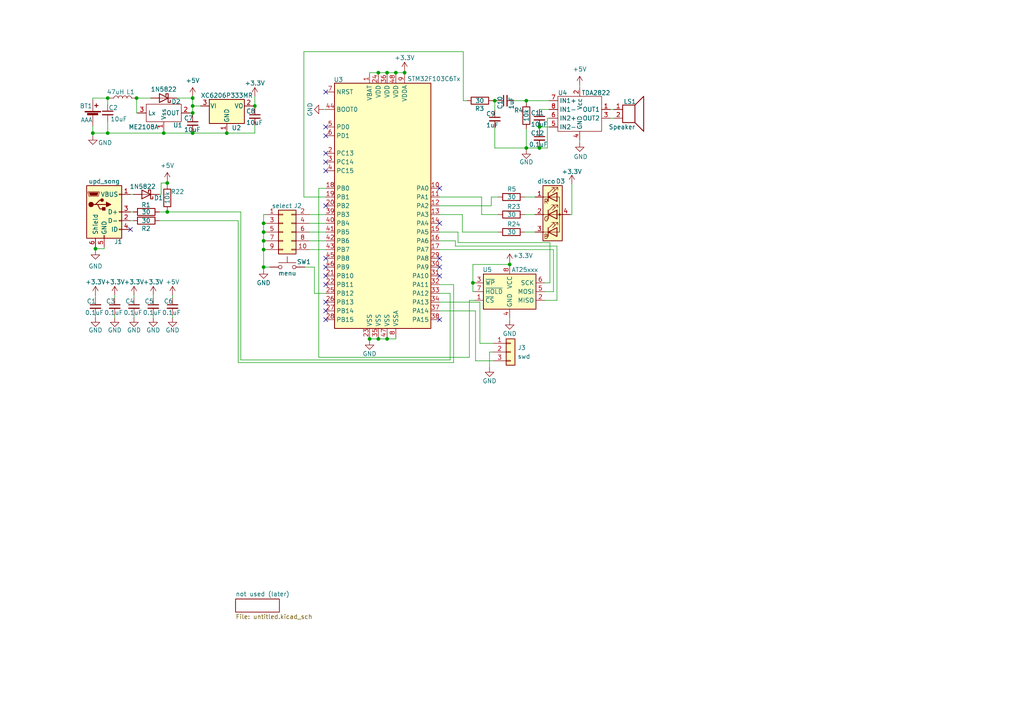
<source format=kicad_sch>
(kicad_sch (version 20211123) (generator eeschema)
  (paper "A4")
  (title_block (title "autonomous loudspeaker with USB update and battery") (date "2022-12-02") (comment 2 "Mikhail Belkin (+7-960-961-54-27 dltech174@gmail.com)"))
  (lib_symbols
    (symbol "Connector:USB_B_Micro" (pin_names (offset 1.016))
      (property "Reference" "J" (at -5.08 11.43 0))
      (property "Value" "USB_B_Micro" (at -5.08 8.89 0))
      (symbol "USB_B_Micro_0_1"
        (rectangle (start -5.08 -7.62) (end 5.08 7.62) (stroke (width 0.254)) (fill (type background)))
        (circle (center -3.81 2.159) (radius 0.635) (stroke (width 0.254)) (fill (type outline)))
        (circle (center -0.635 3.429) (radius 0.381) (stroke (width 0.254)) (fill (type outline)))
        (rectangle (start -0.127 -7.62) (end 0.127 -6.858))
        (polyline (pts (xy -1.905 2.159) (xy 0.635 2.159)) (stroke (width 0.254)))
        (polyline (pts (xy -3.175 2.159) (xy -2.54 2.159) (xy -1.27 3.429) (xy -0.635 3.429)) (stroke (width 0.254)))
        (polyline (pts (xy -2.54 2.159) (xy -1.905 2.159) (xy -1.27 0.889) (xy 0 0.889)) (stroke (width 0.254)))
        (polyline (pts (xy 0.635 2.794) (xy 0.635 1.524) (xy 1.905 2.159) (xy 0.635 2.794)) (stroke (width 0.254)) (fill (type outline)))
        (polyline (pts (xy -4.318 5.588) (xy -1.778 5.588) (xy -2.032 4.826) (xy -4.064 4.826) (xy -4.318 5.588)) (fill (type outline)))
        (polyline (pts (xy -4.699 5.842) (xy -4.699 5.588) (xy -4.445 4.826) (xy -4.445 4.572) (xy -1.651 4.572) (xy -1.651 4.826) (xy -1.397 5.588) (xy -1.397 5.842) (xy -4.699 5.842)))
        (rectangle (start 0.254 1.27) (end -0.508 0.508) (stroke (width 0.254)) (fill (type outline)))
        (rectangle (start 5.08 -5.207) (end 4.318 -4.953))
        (rectangle (start 5.08 -2.667) (end 4.318 -2.413))
        (rectangle (start 5.08 -0.127) (end 4.318 0.127))
        (rectangle (start 5.08 4.953) (end 4.318 5.207))
      )
      (symbol "USB_B_Micro_1_1"
        (pin power_out line (at 7.62 5.08 180) (length 2.54) (name "VBUS") (number "1"))
        (pin bidirectional line (at 7.62 -2.54 180) (length 2.54) (name "D-") (number "2"))
        (pin bidirectional line (at 7.62 0 180) (length 2.54) (name "D+") (number "3"))
        (pin passive line (at 7.62 -5.08 180) (length 2.54) (name "ID") (number "4"))
        (pin power_out line (at 0 -10.16 90) (length 2.54) (name "GND") (number "5"))
        (pin passive line (at -2.54 -10.16 90) (length 2.54) (name "Shield") (number "6"))
      )
    )
    (symbol "Connector_Generic:Conn_01x03" (pin_names (offset 1.016) hide)
      (property "Reference" "J" (at 0 5.08 0))
      (property "Value" "Conn_01x03" (at 0 -5.08 0))
      (symbol "Conn_01x03_1_1"
        (rectangle (start -1.27 -2.413) (end 0 -2.667) (stroke (width 0.1524)))
        (rectangle (start -1.27 0.127) (end 0 -0.127) (stroke (width 0.1524)))
        (rectangle (start -1.27 2.667) (end 0 2.413) (stroke (width 0.1524)))
        (rectangle (start -1.27 3.81) (end 1.27 -3.81) (stroke (width 0.254)) (fill (type background)))
        (pin passive line (at -5.08 2.54 0) (length 3.81) (name "Pin_1") (number "1"))
        (pin passive line (at -5.08 0 0) (length 3.81) (name "Pin_2") (number "2"))
        (pin passive line (at -5.08 -2.54 0) (length 3.81) (name "Pin_3") (number "3"))
      )
    )
    (symbol "Connector_Generic:Conn_02x05_Odd_Even" (pin_names (offset 1.016) hide)
      (property "Reference" "J" (at 1.27 7.62 0))
      (property "Value" "Conn_02x05_Odd_Even" (at 1.27 -7.62 0))
      (symbol "Conn_02x05_Odd_Even_1_1"
        (rectangle (start -1.27 -4.953) (end 0 -5.207) (stroke (width 0.1524)))
        (rectangle (start -1.27 -2.413) (end 0 -2.667) (stroke (width 0.1524)))
        (rectangle (start -1.27 0.127) (end 0 -0.127) (stroke (width 0.1524)))
        (rectangle (start -1.27 2.667) (end 0 2.413) (stroke (width 0.1524)))
        (rectangle (start -1.27 5.207) (end 0 4.953) (stroke (width 0.1524)))
        (rectangle (start -1.27 6.35) (end 3.81 -6.35) (stroke (width 0.254)) (fill (type background)))
        (rectangle (start 3.81 -4.953) (end 2.54 -5.207) (stroke (width 0.1524)))
        (rectangle (start 3.81 -2.413) (end 2.54 -2.667) (stroke (width 0.1524)))
        (rectangle (start 3.81 0.127) (end 2.54 -0.127) (stroke (width 0.1524)))
        (rectangle (start 3.81 2.667) (end 2.54 2.413) (stroke (width 0.1524)))
        (rectangle (start 3.81 5.207) (end 2.54 4.953) (stroke (width 0.1524)))
        (pin passive line (at -5.08 5.08 0) (length 3.81) (name "Pin_1") (number "1"))
        (pin passive line (at 7.62 -5.08 180) (length 3.81) (name "Pin_10") (number "10"))
        (pin passive line (at 7.62 5.08 180) (length 3.81) (name "Pin_2") (number "2"))
        (pin passive line (at -5.08 2.54 0) (length 3.81) (name "Pin_3") (number "3"))
        (pin passive line (at 7.62 2.54 180) (length 3.81) (name "Pin_4") (number "4"))
        (pin passive line (at -5.08 0 0) (length 3.81) (name "Pin_5") (number "5"))
        (pin passive line (at 7.62 0 180) (length 3.81) (name "Pin_6") (number "6"))
        (pin passive line (at -5.08 -2.54 0) (length 3.81) (name "Pin_7") (number "7"))
        (pin passive line (at 7.62 -2.54 180) (length 3.81) (name "Pin_8") (number "8"))
        (pin passive line (at -5.08 -5.08 0) (length 3.81) (name "Pin_9") (number "9"))
      )
    )
    (symbol "Device:Battery_Cell" (pin_numbers hide) (pin_names (offset 0) hide)
      (property "Reference" "BT" (at 2.54 2.54 0))
      (property "Value" "Battery_Cell" (at 2.54 0 0))
      (symbol "Battery_Cell_0_1"
        (rectangle (start -2.286 1.778) (end 2.286 1.524) (fill (type outline)))
        (rectangle (start -1.5748 1.1938) (end 1.4732 0.6858) (fill (type outline)))
        (polyline (pts (xy 0 0.762) (xy 0 0)))
        (polyline (pts (xy 0 1.778) (xy 0 2.54)))
        (polyline (pts (xy 0.508 3.429) (xy 1.524 3.429)) (stroke (width 0.254)))
        (polyline (pts (xy 1.016 3.937) (xy 1.016 2.921)) (stroke (width 0.254)))
      )
      (symbol "Battery_Cell_1_1"
        (pin passive line (at 0 5.08 270) (length 2.54) (name "+") (number "1"))
        (pin passive line (at 0 -2.54 90) (length 2.54) (name "-") (number "2"))
      )
    )
    (symbol "Device:C_Small" (pin_numbers hide) (pin_names (offset 0.254) hide)
      (property "Reference" "C" (at 0.254 1.778 0))
      (property "Value" "C_Small" (at 0.254 -2.032 0))
      (symbol "C_Small_0_1"
        (polyline (pts (xy -1.524 -0.508) (xy 1.524 -0.508)) (stroke (width 0.3302)))
        (polyline (pts (xy -1.524 0.508) (xy 1.524 0.508)) (stroke (width 0.3048)))
      )
      (symbol "C_Small_1_1"
        (pin passive line (at 0 2.54 270) (length 2.032) (name "~") (number "1"))
        (pin passive line (at 0 -2.54 90) (length 2.032) (name "~") (number "2"))
      )
    )
    (symbol "Device:L" (pin_numbers hide) (pin_names (offset 1.016) hide)
      (property "Reference" "L" (at -1.27 0 90))
      (property "Value" "L" (at 1.905 0 90))
      (symbol "L_0_1"
        (arc (start 0 -2.54) (mid 0.635 -1.905) (end 0 -1.27))
        (arc (start 0 -1.27) (mid 0.635 -0.635) (end 0 0))
        (arc (start 0 0) (mid 0.635 0.635) (end 0 1.27))
        (arc (start 0 1.27) (mid 0.635 1.905) (end 0 2.54))
      )
      (symbol "L_1_1"
        (pin passive line (at 0 3.81 270) (length 1.27) (name "1") (number "1"))
        (pin passive line (at 0 -3.81 90) (length 1.27) (name "2") (number "2"))
      )
    )
    (symbol "Device:LED_RGBA" (pin_names (offset 0) hide)
      (property "Reference" "D" (at 0 9.398 0))
      (property "Value" "LED_RGBA" (at 0 -8.89 0))
      (symbol "LED_RGBA_0_0"
        (text "B" (at -1.905 -6.35 0) (effects (font (size 1.27 1.27))))
        (text "G" (at -1.905 -1.27 0) (effects (font (size 1.27 1.27))))
        (text "R" (at -1.905 3.81 0) (effects (font (size 1.27 1.27))))
      )
      (symbol "LED_RGBA_0_1"
        (polyline (pts (xy -1.27 -5.08) (xy -2.54 -5.08)))
        (polyline (pts (xy -1.27 -5.08) (xy 1.27 -5.08)))
        (polyline (pts (xy -1.27 -3.81) (xy -1.27 -6.35)) (stroke (width 0.254)))
        (polyline (pts (xy -1.27 0) (xy -2.54 0)))
        (polyline (pts (xy -1.27 1.27) (xy -1.27 -1.27)) (stroke (width 0.254)))
        (polyline (pts (xy -1.27 5.08) (xy -2.54 5.08)))
        (polyline (pts (xy -1.27 5.08) (xy 1.27 5.08)))
        (polyline (pts (xy -1.27 6.35) (xy -1.27 3.81)) (stroke (width 0.254)))
        (polyline (pts (xy 1.27 0) (xy -1.27 0)))
        (polyline (pts (xy 1.27 0) (xy 2.54 0)))
        (polyline (pts (xy -1.27 1.27) (xy -1.27 -1.27) (xy -1.27 -1.27)))
        (polyline (pts (xy -1.27 6.35) (xy -1.27 3.81) (xy -1.27 3.81)))
        (polyline (pts (xy 1.27 -5.08) (xy 2.032 -5.08) (xy 2.032 5.08) (xy 1.27 5.08)))
        (polyline (pts (xy 1.27 -3.81) (xy 1.27 -6.35) (xy -1.27 -5.08) (xy 1.27 -3.81)) (stroke (width 0.254)))
        (polyline (pts (xy 1.27 1.27) (xy 1.27 -1.27) (xy -1.27 0) (xy 1.27 1.27)) (stroke (width 0.254)))
        (polyline (pts (xy 1.27 6.35) (xy 1.27 3.81) (xy -1.27 5.08) (xy 1.27 6.35)) (stroke (width 0.254)))
        (polyline (pts (xy -1.016 -3.81) (xy 0.508 -2.286) (xy -0.254 -2.286) (xy 0.508 -2.286) (xy 0.508 -3.048)))
        (polyline (pts (xy -1.016 1.27) (xy 0.508 2.794) (xy -0.254 2.794) (xy 0.508 2.794) (xy 0.508 2.032)))
        (polyline (pts (xy -1.016 6.35) (xy 0.508 7.874) (xy -0.254 7.874) (xy 0.508 7.874) (xy 0.508 7.112)))
        (polyline (pts (xy 0 -3.81) (xy 1.524 -2.286) (xy 0.762 -2.286) (xy 1.524 -2.286) (xy 1.524 -3.048)))
        (polyline (pts (xy 0 1.27) (xy 1.524 2.794) (xy 0.762 2.794) (xy 1.524 2.794) (xy 1.524 2.032)))
        (polyline (pts (xy 0 6.35) (xy 1.524 7.874) (xy 0.762 7.874) (xy 1.524 7.874) (xy 1.524 7.112)))
        (rectangle (start 1.27 -1.27) (end 1.27 1.27))
        (rectangle (start 1.27 1.27) (end 1.27 1.27))
        (rectangle (start 1.27 3.81) (end 1.27 6.35))
        (rectangle (start 1.27 6.35) (end 1.27 6.35))
        (circle (center 2.032 0) (radius 0.254) (fill (type outline)))
        (rectangle (start 2.794 8.382) (end -2.794 -7.62) (stroke (width 0.254)) (fill (type background)))
      )
      (symbol "LED_RGBA_1_1"
        (pin passive line (at -5.08 5.08 0) (length 2.54) (name "RK") (number "1"))
        (pin passive line (at -5.08 0 0) (length 2.54) (name "GK") (number "2"))
        (pin passive line (at -5.08 -5.08 0) (length 2.54) (name "BK") (number "3"))
        (pin passive line (at 5.08 0 180) (length 2.54) (name "A") (number "4"))
      )
    )
    (symbol "Device:R" (pin_numbers hide) (pin_names (offset 0))
      (property "Reference" "R" (at 2.032 0 90))
      (property "Value" "R" (at 0 0 90))
      (symbol "R_0_1"
        (rectangle (start -1.016 -2.54) (end 1.016 2.54) (stroke (width 0.254)))
      )
      (symbol "R_1_1"
        (pin passive line (at 0 3.81 270) (length 1.27) (name "~") (number "1"))
        (pin passive line (at 0 -3.81 90) (length 1.27) (name "~") (number "2"))
      )
    )
    (symbol "Device:Speaker" (pin_names (offset 0) hide)
      (property "Reference" "LS" (at 1.27 5.715 0))
      (property "Value" "Speaker" (at 1.27 3.81 0))
      (symbol "Speaker_0_0"
        (rectangle (start -2.54 1.27) (end 1.016 -3.81) (stroke (width 0.254)))
        (polyline (pts (xy 1.016 1.27) (xy 3.556 3.81) (xy 3.556 -6.35) (xy 1.016 -3.81)) (stroke (width 0.254)))
      )
      (symbol "Speaker_1_1"
        (pin input line (at -5.08 0 0) (length 2.54) (name "1") (number "1"))
        (pin input line (at -5.08 -2.54 0) (length 2.54) (name "2") (number "2"))
      )
    )
    (symbol "Diode:1N5822" (pin_numbers hide) (pin_names (offset 1.016) hide)
      (property "Reference" "D" (at 0 2.54 0))
      (property "Value" "1N5822" (at 0 -2.54 0))
      (symbol "1N5822_0_1"
        (polyline (pts (xy 1.27 0) (xy -1.27 0)))
        (polyline (pts (xy 1.27 1.27) (xy 1.27 -1.27) (xy -1.27 0) (xy 1.27 1.27)) (stroke (width 0.254)))
        (polyline (pts (xy -1.905 0.635) (xy -1.905 1.27) (xy -1.27 1.27) (xy -1.27 -1.27) (xy -0.635 -1.27) (xy -0.635 -0.635)) (stroke (width 0.254)))
      )
      (symbol "1N5822_1_1"
        (pin passive line (at -3.81 0 0) (length 2.54) (name "K") (number "1"))
        (pin passive line (at 3.81 0 180) (length 2.54) (name "A") (number "2"))
      )
    )
    (symbol "MCU_ST_STM32F1:STM32F103C6Tx"
      (property "Reference" "U" (at -15.24 36.83 0))
      (property "Value" "STM32F103C6Tx" (at 7.62 36.83 0))
      (symbol "STM32F103C6Tx_0_1"
        (rectangle (start -15.24 -35.56) (end 12.7 35.56) (stroke (width 0.254)) (fill (type background)))
      )
      (symbol "STM32F103C6Tx_1_1"
        (pin power_in line (at -5.08 38.1 270) (length 2.54) (name "VBAT") (number "1"))
        (pin bidirectional line (at 15.24 5.08 180) (length 2.54) (name "PA0") (number "10"))
        (pin bidirectional line (at 15.24 2.54 180) (length 2.54) (name "PA1") (number "11"))
        (pin bidirectional line (at 15.24 0 180) (length 2.54) (name "PA2") (number "12"))
        (pin bidirectional line (at 15.24 -2.54 180) (length 2.54) (name "PA3") (number "13"))
        (pin bidirectional line (at 15.24 -5.08 180) (length 2.54) (name "PA4") (number "14"))
        (pin bidirectional line (at 15.24 -7.62 180) (length 2.54) (name "PA5") (number "15"))
        (pin bidirectional line (at 15.24 -10.16 180) (length 2.54) (name "PA6") (number "16"))
        (pin bidirectional line (at 15.24 -12.7 180) (length 2.54) (name "PA7") (number "17"))
        (pin bidirectional line (at -17.78 5.08 0) (length 2.54) (name "PB0") (number "18"))
        (pin bidirectional line (at -17.78 2.54 0) (length 2.54) (name "PB1") (number "19"))
        (pin bidirectional line (at -17.78 15.24 0) (length 2.54) (name "PC13") (number "2"))
        (pin bidirectional line (at -17.78 0 0) (length 2.54) (name "PB2") (number "20"))
        (pin bidirectional line (at -17.78 -20.32 0) (length 2.54) (name "PB10") (number "21"))
        (pin bidirectional line (at -17.78 -22.86 0) (length 2.54) (name "PB11") (number "22"))
        (pin power_in line (at -5.08 -38.1 90) (length 2.54) (name "VSS") (number "23"))
        (pin power_in line (at -2.54 38.1 270) (length 2.54) (name "VDD") (number "24"))
        (pin bidirectional line (at -17.78 -25.4 0) (length 2.54) (name "PB12") (number "25"))
        (pin bidirectional line (at -17.78 -27.94 0) (length 2.54) (name "PB13") (number "26"))
        (pin bidirectional line (at -17.78 -30.48 0) (length 2.54) (name "PB14") (number "27"))
        (pin bidirectional line (at -17.78 -33.02 0) (length 2.54) (name "PB15") (number "28"))
        (pin bidirectional line (at 15.24 -15.24 180) (length 2.54) (name "PA8") (number "29"))
        (pin bidirectional line (at -17.78 12.7 0) (length 2.54) (name "PC14") (number "3"))
        (pin bidirectional line (at 15.24 -17.78 180) (length 2.54) (name "PA9") (number "30"))
        (pin bidirectional line (at 15.24 -20.32 180) (length 2.54) (name "PA10") (number "31"))
        (pin bidirectional line (at 15.24 -22.86 180) (length 2.54) (name "PA11") (number "32"))
        (pin bidirectional line (at 15.24 -25.4 180) (length 2.54) (name "PA12") (number "33"))
        (pin bidirectional line (at 15.24 -27.94 180) (length 2.54) (name "PA13") (number "34"))
        (pin power_in line (at -2.54 -38.1 90) (length 2.54) (name "VSS") (number "35"))
        (pin power_in line (at 0 38.1 270) (length 2.54) (name "VDD") (number "36"))
        (pin bidirectional line (at 15.24 -30.48 180) (length 2.54) (name "PA14") (number "37"))
        (pin bidirectional line (at 15.24 -33.02 180) (length 2.54) (name "PA15") (number "38"))
        (pin bidirectional line (at -17.78 -2.54 0) (length 2.54) (name "PB3") (number "39"))
        (pin bidirectional line (at -17.78 10.16 0) (length 2.54) (name "PC15") (number "4"))
        (pin bidirectional line (at -17.78 -5.08 0) (length 2.54) (name "PB4") (number "40"))
        (pin bidirectional line (at -17.78 -7.62 0) (length 2.54) (name "PB5") (number "41"))
        (pin bidirectional line (at -17.78 -10.16 0) (length 2.54) (name "PB6") (number "42"))
        (pin bidirectional line (at -17.78 -12.7 0) (length 2.54) (name "PB7") (number "43"))
        (pin input line (at -17.78 27.94 0) (length 2.54) (name "BOOT0") (number "44"))
        (pin bidirectional line (at -17.78 -15.24 0) (length 2.54) (name "PB8") (number "45"))
        (pin bidirectional line (at -17.78 -17.78 0) (length 2.54) (name "PB9") (number "46"))
        (pin power_in line (at 0 -38.1 90) (length 2.54) (name "VSS") (number "47"))
        (pin power_in line (at 2.54 38.1 270) (length 2.54) (name "VDD") (number "48"))
        (pin input line (at -17.78 22.86 0) (length 2.54) (name "PD0") (number "5"))
        (pin input line (at -17.78 20.32 0) (length 2.54) (name "PD1") (number "6"))
        (pin input line (at -17.78 33.02 0) (length 2.54) (name "NRST") (number "7"))
        (pin power_in line (at 2.54 -38.1 90) (length 2.54) (name "VSSA") (number "8"))
        (pin power_in line (at 5.08 38.1 270) (length 2.54) (name "VDDA") (number "9"))
      )
    )
    (symbol "Memory_EEPROM:AT25xxx"
      (property "Reference" "U" (at -7.62 6.35 0))
      (property "Value" "AT25xxx" (at 2.54 -6.35 0))
      (symbol "AT25xxx_1_1"
        (rectangle (start -7.62 5.08) (end 7.62 -5.08) (stroke (width 0.254)) (fill (type background)))
        (pin input line (at -10.16 -2.54 0) (length 2.54) (name "~{CS}") (number "1"))
        (pin tri_state line (at 10.16 -2.54 180) (length 2.54) (name "MISO") (number "2"))
        (pin input line (at -10.16 2.54 0) (length 2.54) (name "~{WP}") (number "3"))
        (pin power_in line (at 0 -7.62 90) (length 2.54) (name "GND") (number "4"))
        (pin input line (at 10.16 0 180) (length 2.54) (name "MOSI") (number "5"))
        (pin input line (at 10.16 2.54 180) (length 2.54) (name "SCK") (number "6"))
        (pin input line (at -10.16 0 0) (length 2.54) (name "~{HOLD}") (number "7"))
        (pin power_in line (at 0 7.62 270) (length 2.54) (name "VCC") (number "8"))
      )
    )
    (symbol "Regulator_Linear:XC6206PxxxMR" (pin_names (offset 0.254))
      (property "Reference" "U" (at -3.81 3.175 0))
      (property "Value" "XC6206PxxxMR" (at 0 3.175 0))
      (symbol "XC6206PxxxMR_0_1"
        (rectangle (start -5.08 1.905) (end 5.08 -5.08) (stroke (width 0.254)) (fill (type background)))
      )
      (symbol "XC6206PxxxMR_1_1"
        (pin power_in line (at 0 -7.62 90) (length 2.54) (name "GND") (number "1"))
        (pin power_out line (at 7.62 0 180) (length 2.54) (name "VO") (number "2"))
        (pin power_in line (at -7.62 0 0) (length 2.54) (name "VI") (number "3"))
      )
    )
    (symbol "Switch:SW_Push" (pin_numbers hide) (pin_names (offset 1.016) hide)
      (property "Reference" "SW" (at 1.27 2.54 0))
      (property "Value" "SW_Push" (at 0 -1.524 0))
      (symbol "SW_Push_0_1"
        (circle (center -2.032 0) (radius 0.508))
        (polyline (pts (xy 0 1.27) (xy 0 3.048)))
        (polyline (pts (xy 2.54 1.27) (xy -2.54 1.27)))
        (circle (center 2.032 0) (radius 0.508))
        (pin passive line (at -5.08 0 0) (length 2.54) (name "1") (number "1"))
        (pin passive line (at 5.08 0 180) (length 2.54) (name "2") (number "2"))
      )
    )
    (symbol "belkin:ME2108A"
      (property "Reference" "U" (at 5.08 3.81 0))
      (property "Value" "ME2108A" (at -1.27 3.81 0))
      (symbol "ME2108A_0_1"
        (rectangle (start -5.08 -2.54) (end 5.08 -2.54))
        (rectangle (start -5.08 2.54) (end -5.08 -2.54))
        (rectangle (start 5.08 -2.54) (end 5.08 2.54))
        (rectangle (start 5.08 2.54) (end -5.08 2.54))
      )
      (symbol "ME2108A_1_1"
        (pin power_in line (at 0 -5.08 90) (length 2.54) (name "Vss") (number "1"))
        (pin power_out line (at 7.62 0 180) (length 2.54) (name "OUT") (number "2"))
        (pin power_in line (at -7.62 0 0) (length 2.54) (name "Lx") (number "3"))
      )
    )
    (symbol "belkin:TDA2822"
      (property "Reference" "U" (at -5.08 6.35 0))
      (property "Value" "TDA2822" (at 5.08 6.35 0))
      (symbol "TDA2822_0_1"
        (rectangle (start -6.35 5.08) (end 6.35 -5.08))
      )
      (symbol "TDA2822_1_1"
        (pin output line (at 8.89 1.27 180) (length 2.54) (name "OUT1") (number "1"))
        (pin power_in line (at 0 7.62 270) (length 2.54) (name "Vcc") (number "2"))
        (pin output line (at 8.89 -1.27 180) (length 2.54) (name "OUT2") (number "3"))
        (pin power_in line (at 0 -7.62 90) (length 2.54) (name "GND") (number "4"))
        (pin input line (at -8.89 -3.81 0) (length 2.54) (name "IN2-") (number "5"))
        (pin input line (at -8.89 -1.27 0) (length 2.54) (name "IN2+") (number "6"))
        (pin input line (at -8.89 3.81 0) (length 2.54) (name "IN1+") (number "7"))
        (pin input line (at -8.89 1.27 0) (length 2.54) (name "IN1-") (number "8"))
      )
    )
    (symbol "power:+3.3V" (power) (pin_names (offset 0))
      (property "Value" "+3.3V" (at 0 3.556 0))
      (symbol "+3.3V_0_1"
        (polyline (pts (xy -0.762 1.27) (xy 0 2.54)))
        (polyline (pts (xy 0 0) (xy 0 2.54)))
        (polyline (pts (xy 0 2.54) (xy 0.762 1.27)))
      )
      (symbol "+3.3V_1_1"
        (pin power_in line (at 0 0 90) (length 0) hide (name "+3.3V") (number "1"))
      )
    )
    (symbol "power:+5V" (power) (pin_names (offset 0))
      (property "Value" "+5V" (at 0 3.556 0))
      (symbol "+5V_0_1"
        (polyline (pts (xy -0.762 1.27) (xy 0 2.54)))
        (polyline (pts (xy 0 0) (xy 0 2.54)))
        (polyline (pts (xy 0 2.54) (xy 0.762 1.27)))
      )
      (symbol "+5V_1_1"
        (pin power_in line (at 0 0 90) (length 0) hide (name "+5V") (number "1"))
      )
    )
    (symbol "power:GND" (power) (pin_names (offset 0))
      (property "Value" "GND" (at 0 -3.81 0))
      (symbol "GND_0_1"
        (polyline (pts (xy 0 0) (xy 0 -1.27) (xy 1.27 -1.27) (xy 0 -2.54) (xy -1.27 -1.27) (xy 0 -1.27)))
      )
      (symbol "GND_1_1"
        (pin power_in line (at 0 0 270) (length 0) hide (name "GND") (number "1"))
      )
    )
  )
  (junction (at 73.914 30.734))
  (junction (at 76.454 69.85))
  (junction (at 76.454 64.77))
  (junction (at 39.624 28.448))
  (junction (at 109.728 21.082))
  (junction (at 48.514 61.468))
  (junction (at 55.88 38.608))
  (junction (at 114.808 21.082))
  (junction (at 31.242 28.448))
  (junction (at 76.454 67.31))
  (junction (at 76.454 77.47))
  (junction (at 47.498 38.608))
  (junction (at 152.654 29.21))
  (junction (at 143.51 29.21))
  (junction (at 137.16 82.042))
  (junction (at 31.242 38.608))
  (junction (at 112.268 98.298))
  (junction (at 26.924 38.608))
  (junction (at 147.828 76.708))
  (junction (at 27.686 72.136))
  (junction (at 156.464 42.926))
  (junction (at 117.348 21.082))
  (junction (at 65.786 38.608))
  (junction (at 152.654 42.926))
  (junction (at 76.454 72.39))
  (junction (at 156.464 36.83))
  (junction (at 55.88 28.448))
  (junction (at 48.514 53.086))
  (junction (at 55.88 30.734))
  (junction (at 112.268 21.082))
  (junction (at 55.88 32.766))
  (junction (at 107.188 98.298))
  (junction (at 109.728 98.298))
  (no_connect (at 127.508 54.61))
  (no_connect (at 127.508 64.77))
  (no_connect (at 127.508 92.71))
  (no_connect (at 94.488 82.55))
  (no_connect (at 94.488 77.47))
  (no_connect (at 94.488 87.63))
  (no_connect (at 94.488 90.17))
  (no_connect (at 94.488 92.71))
  (no_connect (at 127.508 80.01))
  (no_connect (at 127.508 77.47))
  (no_connect (at 127.508 74.93))
  (no_connect (at 94.488 59.69))
  (no_connect (at 94.488 74.93))
  (no_connect (at 94.488 80.01))
  (no_connect (at 94.488 36.83))
  (no_connect (at 94.488 39.37))
  (no_connect (at 94.488 44.45))
  (no_connect (at 94.488 46.99))
  (no_connect (at 94.488 49.53))
  (no_connect (at 94.488 26.67))
  (no_connect (at 37.846 66.548))
  (wire (pts (xy 158.75 34.29) (xy 158.75 42.926)))
  (wire (pts (xy 152.654 42.926) (xy 156.464 42.926)))
  (wire (pts (xy 139.7 62.23) (xy 144.526 62.23)))
  (wire (pts (xy 136.144 103.632) (xy 136.144 87.122)))
  (wire (pts (xy 127.508 57.15) (xy 139.7 57.15)))
  (wire (pts (xy 37.846 56.388) (xy 38.608 56.388)))
  (wire (pts (xy 141.986 102.108) (xy 143.002 102.108)))
  (wire (pts (xy 127.508 90.17) (xy 137.922 90.17)))
  (wire (pts (xy 132.842 70.358) (xy 132.842 67.31)))
  (wire (pts (xy 130.556 85.09) (xy 130.556 104.394)))
  (wire (pts (xy 114.808 21.082) (xy 117.348 21.082)))
  (wire (pts (xy 117.348 21.082) (xy 117.348 20.574)))
  (wire (pts (xy 55.88 32.766) (xy 55.88 33.274)))
  (wire (pts (xy 109.728 21.082) (xy 112.268 21.082)))
  (wire (pts (xy 26.924 38.608) (xy 26.924 39.37)))
  (wire (pts (xy 137.922 90.17) (xy 137.922 104.648)))
  (wire (pts (xy 89.662 67.31) (xy 94.488 67.31)))
  (wire (pts (xy 147.828 92.202) (xy 147.828 92.964)))
  (wire (pts (xy 55.88 30.734) (xy 55.88 32.766)))
  (wire (pts (xy 44.45 91.44) (xy 44.45 92.202)))
  (wire (pts (xy 44.45 85.598) (xy 44.45 86.36)))
  (wire (pts (xy 114.808 21.082) (xy 114.808 21.59)))
  (wire (pts (xy 33.274 91.44) (xy 33.274 92.202)))
  (wire (pts (xy 31.242 35.306) (xy 31.242 38.608)))
  (wire (pts (xy 157.988 87.122) (xy 161.544 87.122)))
  (wire (pts (xy 76.454 64.77) (xy 76.454 62.23)))
  (wire (pts (xy 141.986 106.68) (xy 141.986 102.108)))
  (wire (pts (xy 88.138 14.986) (xy 134.366 14.986)))
  (wire (pts (xy 94.488 57.15) (xy 88.138 57.15)))
  (wire (pts (xy 160.528 84.582) (xy 157.988 84.582)))
  (wire (pts (xy 127.508 82.55) (xy 131.572 82.55)))
  (wire (pts (xy 107.188 98.298) (xy 107.188 98.806)))
  (wire (pts (xy 55.88 28.448) (xy 55.88 30.734)))
  (wire (pts (xy 76.454 67.31) (xy 76.962 67.31)))
  (wire (pts (xy 152.146 57.15) (xy 155.194 57.15)))
  (wire (pts (xy 50.038 85.598) (xy 50.038 86.36)))
  (wire (pts (xy 46.736 53.086) (xy 46.736 56.388)))
  (wire (pts (xy 134.366 29.21) (xy 135.382 29.21)))
  (wire (pts (xy 137.668 84.582) (xy 137.16 84.582)))
  (wire (pts (xy 134.366 14.986) (xy 134.366 29.21)))
  (wire (pts (xy 50.038 91.44) (xy 50.038 92.202)))
  (wire (pts (xy 76.454 67.31) (xy 76.454 64.77)))
  (wire (pts (xy 26.924 28.956) (xy 26.924 28.448)))
  (wire (pts (xy 112.268 98.298) (xy 109.728 98.298)))
  (wire (pts (xy 137.16 82.042) (xy 137.16 76.708)))
  (wire (pts (xy 31.242 38.608) (xy 26.924 38.608)))
  (wire (pts (xy 31.242 28.448) (xy 31.75 28.448)))
  (wire (pts (xy 156.464 36.83) (xy 156.464 37.592)))
  (wire (pts (xy 39.624 32.766) (xy 39.624 28.448)))
  (wire (pts (xy 152.654 29.21) (xy 152.654 29.718)))
  (wire (pts (xy 109.728 98.298) (xy 107.188 98.298)))
  (wire (pts (xy 39.624 28.448) (xy 43.688 28.448)))
  (wire (pts (xy 46.228 61.468) (xy 48.514 61.468)))
  (wire (pts (xy 109.728 21.082) (xy 109.728 21.59)))
  (wire (pts (xy 143.51 29.21) (xy 143.51 32.004)))
  (wire (pts (xy 137.16 76.708) (xy 147.828 76.708)))
  (wire (pts (xy 165.354 62.23) (xy 165.862 62.23)))
  (wire (pts (xy 155.194 67.31) (xy 152.146 67.31)))
  (wire (pts (xy 127.508 87.63) (xy 139.192 87.63)))
  (wire (pts (xy 152.654 37.338) (xy 152.654 42.926)))
  (wire (pts (xy 127.508 59.69) (xy 142.494 59.69)))
  (wire (pts (xy 159.512 70.358) (xy 159.512 82.042)))
  (wire (pts (xy 127.508 62.23) (xy 134.112 62.23)))
  (wire (pts (xy 76.454 69.85) (xy 76.962 69.85)))
  (wire (pts (xy 73.914 27.94) (xy 73.914 30.734)))
  (wire (pts (xy 94.488 54.61) (xy 92.456 54.61)))
  (wire (pts (xy 31.242 28.448) (xy 31.242 30.226)))
  (wire (pts (xy 76.454 64.77) (xy 76.962 64.77)))
  (wire (pts (xy 76.454 72.39) (xy 76.454 69.85)))
  (wire (pts (xy 91.186 77.47) (xy 91.186 85.09)))
  (wire (pts (xy 69.088 64.008) (xy 69.088 105.156)))
  (wire (pts (xy 134.112 62.23) (xy 134.112 67.31)))
  (wire (pts (xy 107.188 21.082) (xy 109.728 21.082)))
  (wire (pts (xy 55.88 38.354) (xy 55.88 38.608)))
  (wire (pts (xy 147.828 76.2) (xy 147.828 76.708)))
  (wire (pts (xy 147.828 76.708) (xy 147.828 76.962)))
  (wire (pts (xy 132.08 71.374) (xy 161.544 71.374)))
  (wire (pts (xy 127.508 85.09) (xy 130.556 85.09)))
  (wire (pts (xy 168.148 24.638) (xy 168.148 25.4)))
  (wire (pts (xy 142.494 57.15) (xy 144.526 57.15)))
  (wire (pts (xy 76.454 62.23) (xy 76.962 62.23)))
  (wire (pts (xy 51.308 28.448) (xy 55.88 28.448)))
  (wire (pts (xy 46.736 53.086) (xy 48.514 53.086)))
  (wire (pts (xy 132.842 70.358) (xy 159.512 70.358)))
  (wire (pts (xy 73.914 30.734) (xy 73.914 31.242)))
  (wire (pts (xy 48.514 53.086) (xy 48.514 52.578)))
  (wire (pts (xy 27.686 91.44) (xy 27.686 92.202)))
  (wire (pts (xy 149.098 29.21) (xy 152.654 29.21)))
  (wire (pts (xy 142.494 59.69) (xy 142.494 57.15)))
  (wire (pts (xy 143.51 29.21) (xy 144.018 29.21)))
  (wire (pts (xy 88.138 57.15) (xy 88.138 14.986)))
  (wire (pts (xy 160.528 72.39) (xy 160.528 84.582)))
  (wire (pts (xy 69.85 104.394) (xy 130.556 104.394)))
  (wire (pts (xy 156.464 42.672) (xy 156.464 42.926)))
  (wire (pts (xy 112.268 21.082) (xy 114.808 21.082)))
  (wire (pts (xy 92.456 103.632) (xy 136.144 103.632)))
  (wire (pts (xy 38.862 85.598) (xy 38.862 86.36)))
  (wire (pts (xy 168.148 40.64) (xy 168.148 41.402)))
  (wire (pts (xy 93.726 31.75) (xy 94.488 31.75)))
  (wire (pts (xy 143.51 42.926) (xy 152.654 42.926)))
  (wire (pts (xy 143.51 37.084) (xy 143.51 42.926)))
  (wire (pts (xy 55.88 32.766) (xy 55.118 32.766)))
  (wire (pts (xy 76.454 77.47) (xy 76.454 78.232)))
  (wire (pts (xy 47.498 37.846) (xy 47.498 38.608)))
  (wire (pts (xy 177.038 34.29) (xy 178.054 34.29)))
  (wire (pts (xy 92.456 54.61) (xy 92.456 103.632)))
  (wire (pts (xy 69.85 61.468) (xy 69.85 104.394)))
  (wire (pts (xy 132.08 69.85) (xy 127.508 69.85)))
  (wire (pts (xy 114.808 98.298) (xy 112.268 98.298)))
  (wire (pts (xy 143.002 99.568) (xy 139.192 99.568)))
  (wire (pts (xy 139.7 57.15) (xy 139.7 62.23)))
  (wire (pts (xy 26.924 28.448) (xy 31.242 28.448)))
  (wire (pts (xy 30.226 72.136) (xy 30.226 71.628)))
  (wire (pts (xy 152.654 29.21) (xy 159.258 29.21)))
  (wire (pts (xy 69.088 105.156) (xy 131.572 105.156)))
  (wire (pts (xy 78.232 77.47) (xy 76.454 77.47)))
  (wire (pts (xy 37.846 64.008) (xy 38.608 64.008)))
  (wire (pts (xy 73.406 30.734) (xy 73.914 30.734)))
  (wire (pts (xy 127.508 72.39) (xy 160.528 72.39)))
  (wire (pts (xy 76.454 72.39) (xy 76.454 77.47)))
  (wire (pts (xy 55.88 38.608) (xy 65.786 38.608)))
  (wire (pts (xy 107.188 21.59) (xy 107.188 21.082)))
  (wire (pts (xy 157.988 82.042) (xy 159.512 82.042)))
  (wire (pts (xy 132.08 69.85) (xy 132.08 71.374)))
  (wire (pts (xy 88.392 77.47) (xy 91.186 77.47)))
  (wire (pts (xy 112.268 97.79) (xy 112.268 98.298)))
  (wire (pts (xy 159.258 34.29) (xy 158.75 34.29)))
  (wire (pts (xy 136.144 87.122) (xy 137.668 87.122)))
  (wire (pts (xy 156.464 42.926) (xy 158.75 42.926)))
  (wire (pts (xy 48.514 61.214) (xy 48.514 61.468)))
  (wire (pts (xy 33.274 85.598) (xy 33.274 86.36)))
  (wire (pts (xy 69.088 64.008) (xy 46.228 64.008)))
  (wire (pts (xy 112.268 21.082) (xy 112.268 21.59)))
  (wire (pts (xy 48.514 61.468) (xy 69.85 61.468)))
  (wire (pts (xy 156.464 36.83) (xy 159.258 36.83)))
  (wire (pts (xy 65.786 38.354) (xy 65.786 38.608)))
  (wire (pts (xy 177.038 31.75) (xy 178.054 31.75)))
  (wire (pts (xy 156.464 31.75) (xy 159.258 31.75)))
  (wire (pts (xy 137.16 82.042) (xy 137.668 82.042)))
  (wire (pts (xy 27.686 72.136) (xy 27.686 72.644)))
  (wire (pts (xy 39.624 28.448) (xy 39.37 28.448)))
  (wire (pts (xy 37.846 61.468) (xy 38.608 61.468)))
  (wire (pts (xy 107.188 97.79) (xy 107.188 98.298)))
  (wire (pts (xy 165.862 53.34) (xy 165.862 62.23)))
  (wire (pts (xy 134.112 67.31) (xy 144.526 67.31)))
  (wire (pts (xy 114.808 97.79) (xy 114.808 98.298)))
  (wire (pts (xy 27.686 85.598) (xy 27.686 86.36)))
  (wire (pts (xy 137.16 84.582) (xy 137.16 82.042)))
  (wire (pts (xy 46.228 56.388) (xy 46.736 56.388)))
  (wire (pts (xy 55.88 27.94) (xy 55.88 28.448)))
  (wire (pts (xy 65.786 38.608) (xy 73.914 38.608)))
  (wire (pts (xy 137.922 104.648) (xy 143.002 104.648)))
  (wire (pts (xy 55.88 38.608) (xy 47.498 38.608)))
  (wire (pts (xy 89.662 69.85) (xy 94.488 69.85)))
  (wire (pts (xy 143.002 29.21) (xy 143.51 29.21)))
  (wire (pts (xy 89.662 62.23) (xy 94.488 62.23)))
  (wire (pts (xy 152.146 62.23) (xy 155.194 62.23)))
  (wire (pts (xy 89.662 64.77) (xy 94.488 64.77)))
  (wire (pts (xy 76.454 69.85) (xy 76.454 67.31)))
  (wire (pts (xy 39.878 32.766) (xy 39.624 32.766)))
  (wire (pts (xy 73.914 38.608) (xy 73.914 36.322)))
  (wire (pts (xy 139.192 99.568) (xy 139.192 87.63)))
  (wire (pts (xy 26.924 38.608) (xy 26.924 36.576)))
  (wire (pts (xy 38.862 91.44) (xy 38.862 92.202)))
  (wire (pts (xy 47.498 38.608) (xy 31.242 38.608)))
  (wire (pts (xy 48.514 53.086) (xy 48.514 53.594)))
  (wire (pts (xy 27.686 72.136) (xy 30.226 72.136)))
  (wire (pts (xy 152.654 42.926) (xy 152.654 43.434)))
  (wire (pts (xy 89.662 72.39) (xy 94.488 72.39)))
  (wire (pts (xy 127.508 67.31) (xy 132.842 67.31)))
  (wire (pts (xy 131.572 82.55) (xy 131.572 105.156)))
  (wire (pts (xy 27.686 71.628) (xy 27.686 72.136)))
  (wire (pts (xy 161.544 87.122) (xy 161.544 71.374)))
  (wire (pts (xy 91.186 85.09) (xy 94.488 85.09)))
  (wire (pts (xy 76.454 72.39) (xy 76.962 72.39)))
  (wire (pts (xy 55.88 30.734) (xy 58.166 30.734)))
  (wire (pts (xy 109.728 97.79) (xy 109.728 98.298)))
  (wire (pts (xy 117.348 21.082) (xy 117.348 21.59)))
  (symbol (lib_id "Switch:SW_Push") (at 83.312 77.47 0) (unit 1)
    (property "Reference" "SW1" (at 88.138 75.946 0))
    (property "Value" "menu" (at 83.312 79.248 0))
    (property "Footprint" "belkin:smd_sw_ali" (effects hide))
  )
  (symbol (lib_id "Connector_Generic:Conn_02x05_Odd_Even") (at 82.042 67.31 0) (unit 1)
    (property "Reference" "J2" (at 86.36 59.69 0))
    (property "Value" "select" (at 81.788 59.69 0))
    (property "Footprint" "Connector_PinHeader_2.54mm:PinHeader_2x05_P2.54mm_Vertical" (effects hide))
  )
  (symbol (lib_id "Device:R") (at 148.336 67.31 270) (unit 1)
    (property "Reference" "R24" (at 147.066 65.024 90) (effects (justify left)))
    (property "Value" "30" (at 147.066 67.31 90) (effects (justify left)))
    (property "Footprint" "Resistor_SMD:R_0402_1005Metric" (effects hide))
  )
  (symbol (lib_id "Device:C_Small") (at 146.558 29.21 90) (unit 1)
    (property "Reference" "C10" (at 145.034 31.75 0) (effects (justify left)))
    (property "Value" "1uF" (at 148.336 31.75 0) (effects (justify left)))
    (property "Footprint" "Capacitor_SMD:C_0805_2012Metric" (effects hide))
  )
  (symbol (lib_id "power:GND") (at 38.862 92.202 0) (unit 1)
    (property "Reference" "#PWR0113" (effects hide))
    (property "Value" "GND" (at 38.862 95.758 0))
  )
  (symbol (lib_id "power:+3.3V") (at 165.862 53.34 0) (unit 1)
    (property "Reference" "#PWR0105" (effects hide))
    (property "Value" "+3.3V" (at 165.862 49.784 0))
  )
  (symbol (lib_id "Device:R") (at 139.192 29.21 90) (unit 1)
    (property "Reference" "R3" (at 140.462 31.496 90) (effects (justify left)))
    (property "Value" "30" (at 140.462 29.21 90) (effects (justify left)))
    (property "Footprint" "Resistor_SMD:R_0402_1005Metric" (effects hide))
  )
  (symbol (lib_id "Device:C_Small") (at 50.038 88.9 0) (unit 1)
    (property "Reference" "C6" (at 47.498 87.376 0) (effects (justify left)))
    (property "Value" "0.1uF" (at 46.99 90.678 0) (effects (justify left)))
    (property "Footprint" "Capacitor_SMD:C_0402_1005Metric" (effects hide))
  )
  (symbol (lib_id "power:GND") (at 27.686 72.644 0) (unit 1)
    (property "Reference" "#PWR0110" (effects hide))
    (property "Value" "GND" (at 27.686 77.216 0))
  )
  (symbol (lib_id "Device:L") (at 35.56 28.448 90) (unit 1)
    (property "Reference" "L1" (at 37.846 26.67 90))
    (property "Value" "47uH" (at 33.528 26.67 90))
    (property "Footprint" "Inductor_SMD:L_1206_3216Metric" (effects hide))
  )
  (symbol (lib_id "power:GND") (at 147.828 92.964 0) (unit 1)
    (property "Reference" "#PWR0125" (effects hide))
    (property "Value" "GND" (at 147.828 96.774 0))
  )
  (symbol (lib_id "power:GND") (at 50.038 92.202 0) (unit 1)
    (property "Reference" "#PWR0120" (effects hide))
    (property "Value" "GND" (at 50.038 95.758 0))
  )
  (symbol (lib_id "power:GND") (at 26.924 39.37 0) (unit 1)
    (property "Reference" "#PWR0108" (effects hide))
    (property "Value" "GND" (at 30.48 41.402 0))
  )
  (symbol (lib_id "power:GND") (at 107.188 98.806 0) (unit 1)
    (property "Reference" "#PWR0122" (effects hide))
    (property "Value" "GND" (at 107.188 102.616 0))
  )
  (symbol (lib_id "Connector_Generic:Conn_01x03") (at 148.082 102.108 0) (unit 1)
    (property "Reference" "J3" (at 150.114 100.8379 0) (effects (justify left)))
    (property "Value" "swd" (at 150.114 103.3779 0) (effects (justify left)))
    (property "Footprint" "belkin:3WIRE_PADS" (effects hide))
  )
  (symbol (lib_id "power:+3.3V") (at 117.348 20.574 0) (unit 1)
    (property "Reference" "#PWR0101" (effects hide))
    (property "Value" "+3.3V" (at 117.348 16.764 0))
  )
  (symbol (lib_id "power:+5V") (at 48.514 52.578 0) (unit 1)
    (property "Reference" "#PWR0109" (effects hide))
    (property "Value" "+5V" (at 48.514 48.006 0))
  )
  (symbol (lib_id "Device:R") (at 48.514 57.404 0) (unit 1)
    (property "Reference" "R22" (at 49.53 55.626 0) (effects (justify left)))
    (property "Value" "10k" (at 48.514 59.182 90) (effects (justify left)))
    (property "Footprint" "Resistor_SMD:R_0402_1005Metric" (effects hide))
  )
  (symbol (lib_id "Device:C_Small") (at 27.686 88.9 0) (unit 1)
    (property "Reference" "C1" (at 25.146 87.376 0) (effects (justify left)))
    (property "Value" "0.1uF" (at 24.638 90.678 0) (effects (justify left)))
    (property "Footprint" "Capacitor_SMD:C_0402_1005Metric" (effects hide))
  )
  (symbol (lib_id "power:+3.3V") (at 33.274 85.598 0) (unit 1)
    (property "Reference" "#PWR0112" (effects hide))
    (property "Value" "+3.3V" (at 33.274 81.788 0))
  )
  (symbol (lib_id "power:+3.3V") (at 38.862 85.598 0) (unit 1)
    (property "Reference" "#PWR0117" (effects hide))
    (property "Value" "+3.3V" (at 38.862 81.788 0))
  )
  (symbol (lib_id "power:GND") (at 152.654 43.434 0) (unit 1)
    (property "Reference" "#PWR0103" (effects hide))
    (property "Value" "GND" (at 152.654 46.99 0))
  )
  (symbol (lib_id "power:GND") (at 141.986 106.68 0) (unit 1)
    (property "Reference" "#PWR0127" (effects hide))
    (property "Value" "GND" (at 141.986 110.49 0))
  )
  (symbol (lib_id "Device:Speaker") (at 183.134 31.75 0) (unit 1)
    (property "Reference" "LS1" (at 180.848 29.464 0) (effects (justify left)))
    (property "Value" "Speaker" (at 176.53 36.83 0) (effects (justify left)))
    (property "Footprint" "Resistor_SMD:R_1206_3216Metric" (effects hide))
  )
  (symbol (lib_id "power:+5V") (at 50.038 85.598 0) (unit 1)
    (property "Reference" "#PWR0116" (effects hide))
    (property "Value" "+5V" (at 50.038 81.788 0))
  )
  (symbol (lib_id "Device:C_Small") (at 31.242 32.766 0) (unit 1)
    (property "Reference" "C2" (at 31.496 31.242 0) (effects (justify left)))
    (property "Value" "10uF" (at 32.004 34.544 0) (effects (justify left)))
    (property "Footprint" "Capacitor_SMD:C_0805_2012Metric" (effects hide))
  )
  (symbol (lib_id "power:+3.3V") (at 73.914 27.94 0) (unit 1)
    (property "Reference" "#PWR0107" (effects hide))
    (property "Value" "+3.3V" (at 73.914 24.13 0))
  )
  (symbol (lib_id "power:GND") (at 76.454 78.232 0) (unit 1)
    (property "Reference" "#PWR0123" (effects hide))
    (property "Value" "GND" (at 76.454 82.042 0))
  )
  (symbol (lib_id "Connector:USB_B_Micro") (at 30.226 61.468 0) (unit 1)
    (property "Reference" "J1" (at 34.29 70.104 0))
    (property "Value" "upd_song" (at 30.226 52.578 0))
    (property "Footprint" "Connector_USB:USB_Micro-B_Amphenol_10104110_Horizontal" (effects hide))
  )
  (symbol (lib_id "Regulator_Linear:XC6206PxxxMR") (at 65.786 30.734 0) (unit 1)
    (property "Reference" "U2" (at 68.58 37.084 0))
    (property "Value" "XC6206P333MR" (at 65.786 27.686 0))
    (property "Footprint" "Package_TO_SOT_SMD:SOT-23" (effects hide))
    (property "Datasheet" "https://www.torexsemi.com/file/xc6206/XC6206.pdf" (effects hide))
  )
  (symbol (lib_id "power:GND") (at 168.148 41.402 0) (unit 1)
    (property "Reference" "#PWR0104" (effects hide))
    (property "Value" "GND" (at 168.402 45.466 0))
  )
  (symbol (lib_id "power:+5V") (at 168.148 24.638 0) (unit 1)
    (property "Reference" "#PWR0121" (effects hide))
    (property "Value" "+5V" (at 168.148 20.066 0))
  )
  (symbol (lib_id "Device:R") (at 148.336 57.15 270) (unit 1)
    (property "Reference" "R5" (at 147.066 54.864 90) (effects (justify left)))
    (property "Value" "30" (at 147.066 57.15 90) (effects (justify left)))
    (property "Footprint" "Resistor_SMD:R_0402_1005Metric" (effects hide))
  )
  (symbol (lib_id "Diode:1N5822") (at 42.418 56.388 180) (unit 1)
    (property "Reference" "D1" (at 45.974 57.404 0))
    (property "Value" "1N5822" (at 41.402 54.102 0))
    (property "Footprint" "Diode_SMD:D_SOD-323" (effects hide))
    (property "Datasheet" "http://www.vishay.com/docs/88526/1n5820.pdf" (effects hide))
  )
  (symbol (lib_id "Device:Battery_Cell") (at 26.924 34.036 0) (unit 1)
    (property "Reference" "BT1" (at 23.114 30.734 0) (effects (justify left)))
    (property "Value" "AAA" (at 23.368 34.798 0) (effects (justify left)))
    (property "Footprint" "Resistor_SMD:R_1206_3216Metric" (effects hide))
  )
  (symbol (lib_id "MCU_ST_STM32F1:STM32F103C6Tx") (at 112.268 59.69 0) (unit 1)
    (property "Reference" "U3" (at 96.774 23.114 0) (effects (justify left)))
    (property "Value" "STM32F103C6Tx" (at 118.11 22.86 0) (effects (justify left)))
    (property "Footprint" "Package_QFP:LQFP-48_7x7mm_P0.5mm" (effects hide))
    (property "Datasheet" "http://www.st.com/st-web-ui/static/active/en/resource/technical/document/datasheet/CD00210843.pdf" (effects hide))
  )
  (symbol (lib_id "power:GND") (at 33.274 92.202 0) (unit 1)
    (property "Reference" "#PWR0119" (effects hide))
    (property "Value" "GND" (at 33.274 95.758 0))
  )
  (symbol (lib_id "Device:R") (at 152.654 33.528 0) (unit 1)
    (property "Reference" "R4" (at 149.098 32.004 0) (effects (justify left)))
    (property "Value" "10k" (at 152.654 35.306 90) (effects (justify left)))
    (property "Footprint" "Resistor_SMD:R_0402_1005Metric" (effects hide))
  )
  (symbol (lib_id "Device:C_Small") (at 33.274 88.9 0) (unit 1)
    (property "Reference" "C3" (at 30.734 87.376 0) (effects (justify left)))
    (property "Value" "0.1uF" (at 30.226 90.678 0) (effects (justify left)))
    (property "Footprint" "Capacitor_SMD:C_0402_1005Metric" (effects hide))
  )
  (symbol (lib_id "Device:C_Small") (at 156.464 34.29 0) (unit 1)
    (property "Reference" "C11" (at 153.924 32.766 0) (effects (justify left)))
    (property "Value" "10uF" (at 153.924 36.068 0) (effects (justify left)))
    (property "Footprint" "Capacitor_SMD:C_0805_2012Metric" (effects hide))
  )
  (symbol (lib_id "Diode:1N5822") (at 47.498 28.448 180) (unit 1)
    (property "Reference" "D2" (at 51.054 29.464 0))
    (property "Value" "1N5822" (at 47.498 25.908 0))
    (property "Footprint" "Diode_SMD:D_SMA" (effects hide))
    (property "Datasheet" "http://www.vishay.com/docs/88526/1n5820.pdf" (effects hide))
  )
  (symbol (lib_id "belkin:ME2108A") (at 47.498 32.766 0) (unit 1)
    (property "Reference" "U1" (at 51.562 36.322 0))
    (property "Value" "ME2108A" (at 41.656 36.83 0))
    (property "Footprint" "Package_TO_SOT_SMD:SOT-89-3" (effects hide))
  )
  (symbol (lib_id "power:+3.3V") (at 27.686 85.598 0) (unit 1)
    (property "Reference" "#PWR0111" (effects hide))
    (property "Value" "+3.3V" (at 27.686 81.788 0))
  )
  (symbol (lib_id "Device:LED_RGBA") (at 160.274 62.23 0) (unit 1)
    (property "Reference" "D3" (at 162.56 52.578 0))
    (property "Value" "disco" (at 158.496 52.578 0))
    (property "Footprint" "LED_SMD:LED_Cree-PLCC4_3.2x2.8mm_CCW" (effects hide))
  )
  (symbol (lib_id "power:GND") (at 93.726 31.75 270) (unit 1)
    (property "Reference" "#PWR0102" (effects hide))
    (property "Value" "GND" (at 89.916 31.75 0))
  )
  (symbol (lib_id "power:+5V") (at 55.88 27.94 0) (unit 1)
    (property "Reference" "#PWR0106" (effects hide))
    (property "Value" "+5V" (at 55.88 23.368 0))
  )
  (symbol (lib_id "Device:C_Small") (at 156.464 40.132 0) (unit 1)
    (property "Reference" "C12" (at 153.924 38.608 0) (effects (justify left)))
    (property "Value" "0.1uF" (at 153.416 41.91 0) (effects (justify left)))
    (property "Footprint" "Capacitor_SMD:C_0402_1005Metric" (effects hide))
  )
  (symbol (lib_id "power:+3.3V") (at 147.828 76.2 0) (unit 1)
    (property "Reference" "#PWR0126" (effects hide))
    (property "Value" "+3.3V" (at 151.638 74.168 0))
  )
  (symbol (lib_id "Device:R") (at 148.336 62.23 270) (unit 1)
    (property "Reference" "R23" (at 147.066 59.944 90) (effects (justify left)))
    (property "Value" "30" (at 147.066 62.23 90) (effects (justify left)))
    (property "Footprint" "Resistor_SMD:R_0402_1005Metric" (effects hide))
  )
  (symbol (lib_id "power:GND") (at 44.45 92.202 0) (unit 1)
    (property "Reference" "#PWR0114" (effects hide))
    (property "Value" "GND" (at 44.45 95.758 0))
  )
  (symbol (lib_id "Device:C_Small") (at 55.88 35.814 0) (unit 1)
    (property "Reference" "C7" (at 53.34 34.29 0) (effects (justify left)))
    (property "Value" "10uF" (at 53.34 37.592 0) (effects (justify left)))
    (property "Footprint" "Capacitor_SMD:C_0805_2012Metric" (effects hide))
  )
  (symbol (lib_id "power:+3.3V") (at 44.45 85.598 0) (unit 1)
    (property "Reference" "#PWR0115" (effects hide))
    (property "Value" "+3.3V" (at 44.45 81.788 0))
  )
  (symbol (lib_id "belkin:TDA2822") (at 168.148 33.02 0) (unit 1)
    (property "Reference" "U4" (at 161.798 26.924 0) (effects (justify left)))
    (property "Value" "TDA2822" (at 168.656 26.924 0) (effects (justify left)))
    (property "Footprint" "Package_SO:SO-8_3.9x4.9mm_P1.27mm" (effects hide))
  )
  (symbol (lib_id "Device:R") (at 42.418 64.008 90) (unit 1)
    (property "Reference" "R2" (at 43.688 66.294 90) (effects (justify left)))
    (property "Value" "30" (at 43.688 64.008 90) (effects (justify left)))
    (property "Footprint" "Resistor_SMD:R_0402_1005Metric" (effects hide))
  )
  (symbol (lib_id "power:GND") (at 27.686 92.202 0) (unit 1)
    (property "Reference" "#PWR0118" (effects hide))
    (property "Value" "GND" (at 27.686 95.758 0))
  )
  (symbol (lib_id "Device:C_Small") (at 38.862 88.9 0) (unit 1)
    (property "Reference" "C4" (at 36.322 87.376 0) (effects (justify left)))
    (property "Value" "0.1uF" (at 35.814 90.678 0) (effects (justify left)))
    (property "Footprint" "Capacitor_SMD:C_0402_1005Metric" (effects hide))
  )
  (symbol (lib_id "Device:C_Small") (at 44.45 88.9 0) (unit 1)
    (property "Reference" "C5" (at 41.91 87.376 0) (effects (justify left)))
    (property "Value" "0.1uF" (at 41.402 90.678 0) (effects (justify left)))
    (property "Footprint" "Capacitor_SMD:C_0402_1005Metric" (effects hide))
  )
  (symbol (lib_id "Device:R") (at 42.418 61.468 90) (unit 1)
    (property "Reference" "R1" (at 43.688 59.436 90) (effects (justify left)))
    (property "Value" "30" (at 43.688 61.468 90) (effects (justify left)))
    (property "Footprint" "Resistor_SMD:R_0402_1005Metric" (effects hide))
  )
  (symbol (lib_id "Device:C_Small") (at 73.914 33.782 0) (unit 1)
    (property "Reference" "C8" (at 71.374 32.258 0) (effects (justify left)))
    (property "Value" "10uF" (at 71.374 35.56 0) (effects (justify left)))
    (property "Footprint" "Capacitor_SMD:C_0805_2012Metric" (effects hide))
  )
  (symbol (lib_id "Memory_EEPROM:AT25xxx") (at 147.828 84.582 0) (unit 1)
    (property "Reference" "U5" (at 139.954 78.232 0) (effects (justify left)))
    (property "Value" "AT25xxx" (at 148.336 78.232 0) (effects (justify left)))
    (property "Footprint" "Package_SO:SO-8_3.9x4.9mm_P1.27mm" (effects hide))
    (property "Datasheet" "http://ww1.microchip.com/downloads/en/DeviceDoc/Atmel-8707-SEEPROM-AT25010B-020B-040B-Datasheet.pdf" (effects hide))
  )
  (symbol (lib_id "Device:C_Small") (at 143.51 34.544 0) (unit 1)
    (property "Reference" "C9" (at 140.97 33.02 0) (effects (justify left)))
    (property "Value" "1uF" (at 140.97 36.322 0) (effects (justify left)))
    (property "Footprint" "Capacitor_SMD:C_0805_2012Metric" (effects hide))
  )
  (sheet (at 68.326 173.736) (size 12.7 3.81) (stroke (width 0.1524))
    (property "Sheet name" "not used (later)" (at 68.326 173.0244 0) (effects (justify left bottom)))
    (property "Sheet file" "untitled.kicad_sch" (at 68.326 178.1306 0) (effects (justify left top)))
  )
)
</source>
